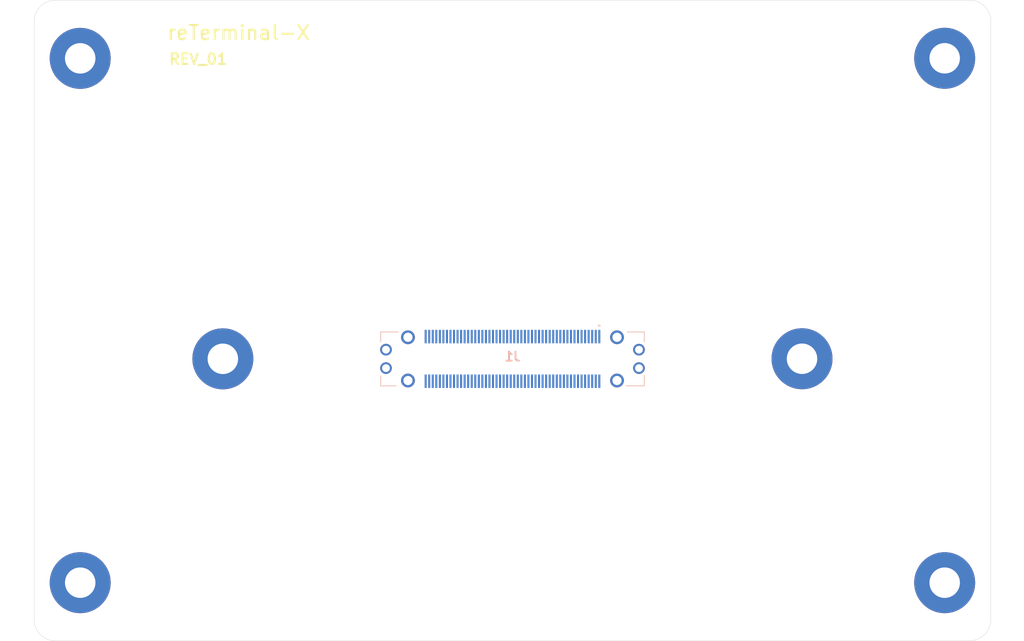
<source format=kicad_pcb>
(kicad_pcb (version 20211014) (generator pcbnew)
  (title_block (title "reTerminal-X") (date "2023-03-01") (rev "REV_01") (company "Sebastian Rincon"))
  (layers (0 "F.Cu" signal) (31 "B.Cu" signal) (34 "B.Paste" user) (35 "F.Paste" user) (36 "B.SilkS" user "B.Silkscreen") (37 "F.SilkS" user "F.Silkscreen") (38 "B.Mask" user) (39 "F.Mask" user) (44 "Edge.Cuts" user))
  (net 0 "")
  (net 1 "GND")
  (net 2 "+3V3")
  (net 3 "+5V")
  (footprint "MountingHole:MountingHole_4.3mm_M4_Pad" (layer "F.Cu") (at 88.61 135.5)
    (fp_text reference "REF*" hide)
    (fp_text value "MountingHole_4.3mm_M4_Pad")
    (pad "1" thru_hole circle locked (at 0.05 0) (size 8.6 8.6) (drill 4.3) (layers *.Cu *.Mask))
  )
  (footprint "MountingHole:MountingHole_4.3mm_M4_Pad" (layer "F.Cu") (at 108.74 103.91)
    (fp_text reference "REF**" hide)
    (fp_text value "MountingHole_4.3mm_M4_Pad")
    (pad "1" thru_hole circle locked (at 0.05 0) (size 8.6 8.6) (drill 4.3) (layers *.Cu *.Mask))
  )
  (footprint "MountingHole:MountingHole_4.3mm_M4_Pad" (layer "F.Cu") (at 190.52 103.9)
    (fp_text reference "REF**" hide)
    (fp_text value "MountingHole_4.3mm_M4_Pad")
    (pad "1" thru_hole circle locked (at 0 0) (size 8.6 8.6) (drill 4.3) (layers *.Cu *.Mask))
  )
  (footprint "MountingHole:MountingHole_4.3mm_M4_Pad" (layer "F.Cu") (at 88.61 61.51)
    (fp_text reference "REF**" hide)
    (fp_text value "MountingHole_4.3mm_M4_Pad")
    (pad "1" thru_hole circle locked (at 0.05 0) (size 8.6 8.6) (drill 4.3) (layers *.Cu *.Mask))
  )
  (footprint "MountingHole:MountingHole_4.3mm_M4_Pad" (layer "F.Cu") (at 210.6 135.5)
    (fp_text reference "REF**" hide)
    (fp_text value "MountingHole_4.3mm_M4_Pad")
    (pad "1" thru_hole circle locked (at 0.05 0) (size 8.6 8.6) (drill 4.3) (layers *.Cu *.Mask))
  )
  (footprint "MountingHole:MountingHole_4.3mm_M4_Pad" (layer "F.Cu") (at 210.6 61.5)
    (fp_text reference "REF**" hide)
    (fp_text value "MountingHole_4.3mm_M4_Pad")
    (pad "1" thru_hole circle locked (at 0.05 0) (size 8.6 8.6) (drill 4.3) (layers *.Cu *.Mask))
  )
  (footprint "reTerminalModule:FX23-100S-0.5SV" (layer "B.Cu") (at 149.6604 103.9196 180)
    (fp_text reference "J1" (at 0 0.325) (layer "B.SilkS") (effects (font (size 1.27 1.27) (thickness 0.254)) (justify mirror)))
    (fp_text value "FX23-100S-0.5SV" hide)
    (fp_line (start -18.6 -3.8) (end -16 -3.8) (layer "B.SilkS") (width 0.1))
    (fp_line (start -12.2 4.7) (end -12.2 4.7) (layer "B.SilkS") (width 0.2))
    (fp_line (start 18.6 -2.4) (end 18.6 -3.8) (layer "B.SilkS") (width 0.1))
    (fp_line (start -12.3 4.7) (end -12.3 4.7) (layer "B.SilkS") (width 0.2))
    (fp_line (start -18.6 3.8) (end -16.2 3.8) (layer "B.SilkS") (width 0.1))
    (fp_line (start -18.6 2.4) (end -18.6 3.8) (layer "B.SilkS") (width 0.1))
    (fp_line (start -18.6 -2.3) (end -18.6 -3.8) (layer "B.SilkS") (width 0.1))
    (fp_line (start 18.6 3.8) (end 18.6 2.4) (layer "B.SilkS") (width 0.1))
    (fp_line (start 16.1 3.8) (end 18.6 3.8) (layer "B.SilkS") (width 0.1))
    (fp_line (start -12.3 4.7) (end -12.3 4.7) (layer "B.SilkS") (width 0.2))
    (fp_line (start 18.6 -3.8) (end 16.4 -3.8) (layer "B.SilkS") (width 0.1))
    (fp_arc (start -12.3 4.7) (mid -12.25 4.65) (end -12.2 4.7) (layer "B.SilkS") (width 0.2))
    (fp_arc (start -12.2 4.7) (mid -12.25 4.75) (end -12.3 4.7) (layer "B.SilkS") (width 0.2))
    (fp_arc (start -12.3 4.7) (mid -12.25 4.65) (end -12.2 4.7) (layer "B.SilkS") (width 0.2))
    (pad "1" smd rect locked (at -12.25 3.15 180) (size 0.3 1.9) (layers "B.Cu" "B.Paste" "B.Mask") (net 1 "GND"))
    (pad "2" smd rect locked (at -11.75 3.15 180) (size 0.3 1.9) (layers "B.Cu" "B.Paste" "B.Mask") (net 1 "GND"))
    (pad "3" smd rect locked (at -11.25 3.15 180) (size 0.3 1.9) (layers "B.Cu" "B.Paste" "B.Mask"))
    (pad "4" smd rect locked (at -10.75 3.15 180) (size 0.3 1.9) (layers "B.Cu" "B.Paste" "B.Mask"))
    (pad "5" smd rect locked (at -10.25 3.15 180) (size 0.3 1.9) (layers "B.Cu" "B.Paste" "B.Mask"))
    (pad "6" smd rect locked (at -9.75 3.15 180) (size 0.3 1.9) (layers "B.Cu" "B.Paste" "B.Mask"))
    (pad "7" smd rect locked (at -9.25 3.15 180) (size 0.3 1.9) (layers "B.Cu" "B.Paste" "B.Mask"))
    (pad "8" smd rect locked (at -8.75 3.15 180) (size 0.3 1.9) (layers "B.Cu" "B.Paste" "B.Mask") (net 1 "GND"))
    (pad "9" smd rect locked (at -8.25 3.15 180) (size 0.3 1.9) (layers "B.Cu" "B.Paste" "B.Mask"))
    (pad "10" smd rect locked (at -7.75 3.15 180) (size 0.3 1.9) (layers "B.Cu" "B.Paste" "B.Mask"))
    (pad "11" smd rect locked (at -7.25 3.15 180) (size 0.3 1.9) (layers "B.Cu" "B.Paste" "B.Mask") (net 1 "GND"))
    (pad "12" smd rect locked (at -6.75 3.15 180) (size 0.3 1.9) (layers "B.Cu" "B.Paste" "B.Mask"))
    (pad "13" smd rect locked (at -6.25 3.15 180) (size 0.3 1.9) (layers "B.Cu" "B.Paste" "B.Mask"))
    (pad "14" smd rect locked (at -5.75 3.15 180) (size 0.3 1.9) (layers "B.Cu" "B.Paste" "B.Mask") (net 1 "GND"))
    (pad "15" smd rect locked (at -5.25 3.15 180) (size 0.3 1.9) (layers "B.Cu" "B.Paste" "B.Mask"))
    (pad "16" smd rect locked (at -4.75 3.15 180) (size 0.3 1.9) (layers "B.Cu" "B.Paste" "B.Mask"))
    (pad "17" smd rect locked (at -4.25 3.15 180) (size 0.3 1.9) (layers "B.Cu" "B.Paste" "B.Mask"))
    (pad "18" smd rect locked (at -3.75 3.15 180) (size 0.3 1.9) (layers "B.Cu" "B.Paste" "B.Mask"))
    (pad "19" smd rect locked (at -3.25 3.15 180) (size 0.3 1.9) (layers "B.Cu" "B.Paste" "B.Mask"))
    (pad "20" smd rect locked (at -2.75 3.15 180) (size 0.3 1.9) (layers "B.Cu" "B.Paste" "B.Mask") (net 1 "GND"))
    (pad "21" smd rect locked (at -2.25 3.15 180) (size 0.3 1.9) (layers "B.Cu" "B.Paste" "B.Mask"))
    (pad "22" smd rect locked (at -1.75 3.15 180) (size 0.3 1.9) (layers "B.Cu" "B.Paste" "B.Mask"))
    (pad "23" smd rect locked (at -1.25 3.15 180) (size 0.3 1.9) (layers "B.Cu" "B.Paste" "B.Mask") (net 1 "GND"))
    (pad "24" smd rect locked (at -0.75 3.15 180) (size 0.3 1.9) (layers "B.Cu" "B.Paste" "B.Mask"))
    (pad "25" smd rect locked (at -0.25 3.15 180) (size 0.3 1.9) (layers "B.Cu" "B.Paste" "B.Mask"))
    (pad "26" smd rect locked (at 0.25 3.15 180) (size 0.3 1.9) (layers "B.Cu" "B.Paste" "B.Mask") (net 1 "GND"))
    (pad "27" smd rect locked (at 0.75 3.15 180) (size 0.3 1.9) (layers "B.Cu" "B.Paste" "B.Mask"))
    (pad "28" smd rect locked (at 1.25 3.15 180) (size 0.3 1.9) (layers "B.Cu" "B.Paste" "B.Mask"))
    (pad "29" smd rect locked (at 1.75 3.15 180) (size 0.3 1.9) (layers "B.Cu" "B.Paste" "B.Mask"))
    (pad "30" smd rect locked (at 2.25 3.15 180) (size 0.3 1.9) (layers "B.Cu" "B.Paste" "B.Mask"))
    (pad "31" smd rect locked (at 2.75 3.15 180) (size 0.3 1.9) (layers "B.Cu" "B.Paste" "B.Mask"))
    (pad "32" smd rect locked (at 3.25 3.15 180) (size 0.3 1.9) (layers "B.Cu" "B.Paste" "B.Mask") (net 1 "GND"))
    (pad "33" smd rect locked (at 3.75 3.15 180) (size 0.3 1.9) (layers "B.Cu" "B.Paste" "B.Mask"))
    (pad "34" smd rect locked (at 4.25 3.15 180) (size 0.3 1.9) (layers "B.Cu" "B.Paste" "B.Mask"))
    (pad "35" smd rect locked (at 4.75 3.15 180) (size 0.3 1.9) (layers "B.Cu" "B.Paste" "B.Mask"))
    (pad "36" smd rect locked (at 5.25 3.15 180) (size 0.3 1.9) (layers "B.Cu" "B.Paste" "B.Mask"))
    (pad "37" smd rect locked (at 5.75 3.15 180) (size 0.3 1.9) (layers "B.Cu" "B.Paste" "B.Mask"))
    (pad "38" smd rect locked (at 6.25 3.15 180) (size 0.3 1.9) (layers "B.Cu" "B.Paste" "B.Mask") (net 1 "GND"))
    (pad "39" smd rect locked (at 6.75 3.15 180) (size 0.3 1.9) (layers "B.Cu" "B.Paste" "B.Mask"))
    (pad "40" smd rect locked (at 7.25 3.15 180) (size 0.3 1.9) (layers "B.Cu" "B.Paste" "B.Mask"))
    (pad "41" smd rect locked (at 7.75 3.15 180) (size 0.3 1.9) (layers "B.Cu" "B.Paste" "B.Mask"))
    (pad "42" smd rect locked (at 8.25 3.15 180) (size 0.3 1.9) (layers "B.Cu" "B.Paste" "B.Mask"))
    (pad "43" smd rect locked (at 8.75 3.15 180) (size 0.3 1.9) (layers "B.Cu" "B.Paste" "B.Mask"))
    (pad "44" smd rect locked (at 9.25 3.15 180) (size 0.3 1.9) (layers "B.Cu" "B.Paste" "B.Mask") (net 1 "GND"))
    (pad "45" smd rect locked (at 9.75 3.15 180) (size 0.3 1.9) (layers "B.Cu" "B.Paste" "B.Mask"))
    (pad "46" smd rect locked (at 10.25 3.15 180) (size 0.3 1.9) (layers "B.Cu" "B.Paste" "B.Mask"))
    (pad "47" smd rect locked (at 10.75 3.15 180) (size 0.3 1.9) (layers "B.Cu" "B.Paste" "B.Mask"))
    (pad "48" smd rect locked (at 11.25 3.15 180) (size 0.3 1.9) (layers "B.Cu" "B.Paste" "B.Mask"))
    (pad "49" smd rect locked (at 11.75 3.15 180) (size 0.3 1.9) (layers "B.Cu" "B.Paste" "B.Mask"))
    (pad "50" smd rect locked (at 12.25 3.15 180) (size 0.3 1.9) (layers "B.Cu" "B.Paste" "B.Mask") (net 1 "GND"))
    (pad "51" smd rect locked (at -12.25 -3.15 180) (size 0.3 1.9) (layers "B.Cu" "B.Paste" "B.Mask"))
    (pad "52" smd rect locked (at -11.75 -3.15 180) (size 0.3 1.9) (layers "B.Cu" "B.Paste" "B.Mask"))
    (pad "53" smd rect locked (at -11.25 -3.15 180) (size 0.3 1.9) (layers "B.Cu" "B.Paste" "B.Mask"))
    (pad "54" smd rect locked (at -10.75 -3.15 180) (size 0.3 1.9) (layers "B.Cu" "B.Paste" "B.Mask"))
    (pad "55" smd rect locked (at -10.25 -3.15 180) (size 0.3 1.9) (layers "B.Cu" "B.Paste" "B.Mask"))
    (pad "56" smd rect locked (at -9.75 -3.15 180) (size 0.3 1.9) (layers "B.Cu" "B.Paste" "B.Mask") (net 1 "GND"))
    (pad "57" smd rect locked (at -9.25 -3.15 180) (size 0.3 1.9) (layers "B.Cu" "B.Paste" "B.Mask"))
    (pad "58" smd rect locked (at -8.75 -3.15 180) (size 0.3 1.9) (layers "B.Cu" "B.Paste" "B.Mask"))
    (pad "59" smd rect locked (at -8.25 -3.15 180) (size 0.3 1.9) (layers "B.Cu" "B.Paste" "B.Mask"))
    (pad "60" smd rect locked (at -7.75 -3.15 180) (size 0.3 1.9) (layers "B.Cu" "B.Paste" "B.Mask"))
    (pad "61" smd rect locked (at -7.25 -3.15 180) (size 0.3 1.9) (layers "B.Cu" "B.Paste" "B.Mask"))
    (pad "62" smd rect locked (at -6.75 -3.15 180) (size 0.3 1.9) (layers "B.Cu" "B.Paste" "B.Mask") (net 1 "GND"))
    (pad "63" smd rect locked (at -6.25 -3.15 180) (size 0.3 1.9) (layers "B.Cu" "B.Paste" "B.Mask") (net 1 "GND"))
    (pad "64" smd rect locked (at -5.75 -3.15 180) (size 0.3 1.9) (layers "B.Cu" "B.Paste" "B.Mask"))
    (pad "65" smd rect locked (at -5.25 -3.15 180) (size 0.3 1.9) (layers "B.Cu" "B.Paste" "B.Mask"))
    (pad "66" smd rect locked (at -4.75 -3.15 180) (size 0.3 1.9) (layers "B.Cu" "B.Paste" "B.Mask"))
    (pad "67" smd rect locked (at -4.25 -3.15 180) (size 0.3 1.9) (layers "B.Cu" "B.Paste" "B.Mask"))
    (pad "68" smd rect locked (at -3.75 -3.15 180) (size 0.3 1.9) (layers "B.Cu" "B.Paste" "B.Mask") (net 1 "GND"))
    (pad "69" smd rect locked (at -3.25 -3.15 180) (size 0.3 1.9) (layers "B.Cu" "B.Paste" "B.Mask"))
    (pad "70" smd rect locked (at -2.75 -3.15 180) (size 0.3 1.9) (layers "B.Cu" "B.Paste" "B.Mask"))
    (pad "71" smd rect locked (at -2.25 -3.15 180) (size 0.3 1.9) (layers "B.Cu" "B.Paste" "B.Mask"))
    (pad "72" smd rect locked (at -1.75 -3.15 180) (size 0.3 1.9) (layers "B.Cu" "B.Paste" "B.Mask"))
    (pad "73" smd rect locked (at -1.25 -3.15 180) (size 0.3 1.9) (layers "B.Cu" "B.Paste" "B.Mask"))
    (pad "74" smd rect locked (at -0.75 -3.15 180) (size 0.3 1.9) (layers "B.Cu" "B.Paste" "B.Mask") (net 1 "GND"))
    (pad "75" smd rect locked (at -0.25 -3.15 180) (size 0.3 1.9) (layers "B.Cu" "B.Paste" "B.Mask"))
    (pad "76" smd rect locked (at 0.25 -3.15 180) (size 0.3 1.9) (layers "B.Cu" "B.Paste" "B.Mask"))
    (pad "77" smd rect locked (at 0.75 -3.15 180) (size 0.3 1.9) (layers "B.Cu" "B.Paste" "B.Mask"))
    (pad "78" smd rect locked (at 1.25 -3.15 180) (size 0.3 1.9) (layers "B.Cu" "B.Paste" "B.Mask"))
    (pad "79" smd rect locked (at 1.75 -3.15 180) (size 0.3 1.9) (layers "B.Cu" "B.Paste" "B.Mask"))
    (pad "80" smd rect locked (at 2.25 -3.15 180) (size 0.3 1.9) (layers "B.Cu" "B.Paste" "B.Mask"))
    (pad "81" smd rect locked (at 2.75 -3.15 180) (size 0.3 1.9) (layers "B.Cu" "B.Paste" "B.Mask"))
    (pad "82" smd rect locked (at 3.25 -3.15 180) (size 0.3 1.9) (layers "B.Cu" "B.Paste" "B.Mask"))
    (pad "83" smd rect locked (at 3.75 -3.15 180) (size 0.3 1.9) (layers "B.Cu" "B.Paste" "B.Mask"))
    (pad "84" smd rect locked (at 4.25 -3.15 180) (size 0.3 1.9) (layers "B.Cu" "B.Paste" "B.Mask"))
    (pad "85" smd rect locked (at 4.75 -3.15 180) (size 0.3 1.9) (layers "B.Cu" "B.Paste" "B.Mask"))
    (pad "86" smd rect locked (at 5.25 -3.15 180) (size 0.3 1.9) (layers "B.Cu" "B.Paste" "B.Mask"))
    (pad "87" smd rect locked (at 5.75 -3.15 180) (size 0.3 1.9) (layers "B.Cu" "B.Paste" "B.Mask"))
    (pad "88" smd rect locked (at 6.25 -3.15 180) (size 0.3 1.9) (layers "B.Cu" "B.Paste" "B.Mask"))
    (pad "89" smd rect locked (at 6.75 -3.15 180) (size 0.3 1.9) (layers "B.Cu" "B.Paste" "B.Mask"))
    (pad "90" smd rect locked (at 7.25 -3.15 180) (size 0.3 1.9) (layers "B.Cu" "B.Paste" "B.Mask"))
    (pad "91" smd rect locked (at 7.75 -3.15 180) (size 0.3 1.9) (layers "B.Cu" "B.Paste" "B.Mask"))
    (pad "92" smd rect locked (at 8.25 -3.15 180) (size 0.3 1.9) (layers "B.Cu" "B.Paste" "B.Mask"))
    (pad "93" smd rect locked (at 8.75 -3.15 180) (size 0.3 1.9) (layers "B.Cu" "B.Paste" "B.Mask"))
    (pad "94" smd rect locked (at 9.25 -3.15 180) (size 0.3 1.9) (layers "B.Cu" "B.Paste" "B.Mask"))
    (pad "95" smd rect locked (at 9.75 -3.15 180) (size 0.3 1.9) (layers "B.Cu" "B.Paste" "B.Mask"))
    (pad "96" smd rect locked (at 10.25 -3.15 180) (size 0.3 1.9) (layers "B.Cu" "B.Paste" "B.Mask"))
    (pad "97" smd rect locked (at 10.75 -3.15 180) (size 0.3 1.9) (layers "B.Cu" "B.Paste" "B.Mask"))
    (pad "98" smd rect locked (at 11.25 -3.15 180) (size 0.3 1.9) (layers "B.Cu" "B.Paste" "B.Mask"))
    (pad "99" smd rect locked (at 11.75 -3.15 180) (size 0.3 1.9) (layers "B.Cu" "B.Paste" "B.Mask"))
    (pad "100" smd rect locked (at 12.25 -3.15 180) (size 0.3 1.9) (layers "B.Cu" "B.Paste" "B.Mask"))
    (pad "MH1" thru_hole circle locked (at -17.85 1.3 180) (size 1.65 1.65) (drill 1.1) (layers *.Cu *.Mask) (net 1 "GND"))
    (pad "MH2" thru_hole circle locked (at 17.85 1.3 180) (size 1.65 1.65) (drill 1.1) (layers *.Cu *.Mask) (net 1 "GND"))
    (pad "MH3" thru_hole circle locked (at -17.85 -1.3 180) (size 1.65 1.65) (drill 1.1) (layers *.Cu *.Mask) (net 1 "GND"))
    (pad "MH4" thru_hole circle locked (at 17.85 -1.3 180) (size 1.65 1.65) (drill 1.1) (layers *.Cu *.Mask) (net 1 "GND"))
    (pad "P1" thru_hole circle locked (at -14.75 3.05 180) (size 1.95 1.95) (drill 1.3) (layers *.Cu *.Mask) (net 2 "+3V3"))
    (pad "P2" thru_hole circle locked (at 14.75 3.05 180) (size 1.95 1.95) (drill 1.3) (layers *.Cu *.Mask) (net 3 "+5V"))
    (pad "P3" thru_hole circle locked (at -14.75 -3.05 180) (size 1.95 1.95) (drill 1.3) (layers *.Cu *.Mask) (net 2 "+3V3"))
    (pad "P4" thru_hole circle locked (at 14.75 -3.05 180) (size 1.95 1.95) (drill 1.3) (layers *.Cu *.Mask) (net 3 "+5V"))
  )
  (gr_arc (start 85.158973 143.7) (mid 83.037653 142.82132) (end 82.158973 140.7) (layer "Edge.Cuts") (width 0.05))
  (gr_line (start 82.158973 56.3) (end 82.158973 140.7) (layer "Edge.Cuts") (width 0.05))
  (gr_arc (start 214.158973 53.3) (mid 216.280293 54.17868) (end 217.158973 56.3) (layer "Edge.Cuts") (width 0.05))
  (gr_line (start 214.158973 53.3) (end 85.158973 53.3) (layer "Edge.Cuts") (width 0.05))
  (gr_line (start 85.158973 143.7) (end 214.158973 143.7) (layer "Edge.Cuts") (width 0.05))
  (gr_arc (start 217.158973 140.7) (mid 216.280293 142.82132) (end 214.158973 143.7) (layer "Edge.Cuts") (width 0.05))
  (gr_arc (start 82.158973 56.3) (mid 83.037653 54.17868) (end 85.158973 53.3) (layer "Edge.Cuts") (width 0.05))
  (gr_line (start 217.158973 140.7) (end 217.158973 56.3) (layer "Edge.Cuts") (width 0.05))
  (gr_text "REV_01\n" (at 105.3084 61.6204) (layer "F.SilkS") (effects (font (size 1.5 1.5) (thickness 0.3))))
  (gr_text "reTerminal-X\n" (at 111.0184 57.8904) (layer "F.SilkS") (effects (font (size 2 2) (thickness 0.3))))
)
</source>
